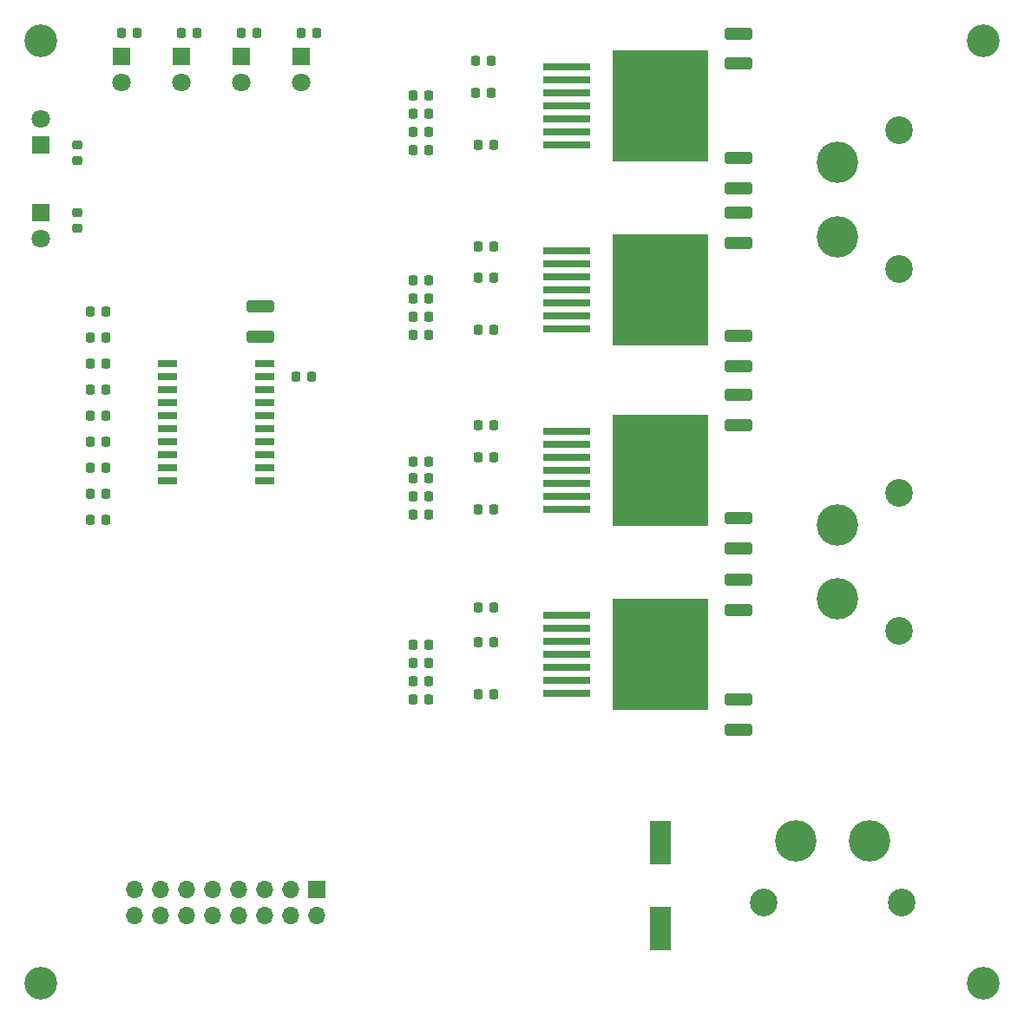
<source format=gbr>
%TF.GenerationSoftware,KiCad,Pcbnew,7.0.7*%
%TF.CreationDate,2023-12-04T17:46:37+09:00*%
%TF.ProjectId,AltairMD_V6,416c7461-6972-44d4-945f-56362e6b6963,rev?*%
%TF.SameCoordinates,Original*%
%TF.FileFunction,Soldermask,Top*%
%TF.FilePolarity,Negative*%
%FSLAX46Y46*%
G04 Gerber Fmt 4.6, Leading zero omitted, Abs format (unit mm)*
G04 Created by KiCad (PCBNEW 7.0.7) date 2023-12-04 17:46:37*
%MOMM*%
%LPD*%
G01*
G04 APERTURE LIST*
G04 Aperture macros list*
%AMRoundRect*
0 Rectangle with rounded corners*
0 $1 Rounding radius*
0 $2 $3 $4 $5 $6 $7 $8 $9 X,Y pos of 4 corners*
0 Add a 4 corners polygon primitive as box body*
4,1,4,$2,$3,$4,$5,$6,$7,$8,$9,$2,$3,0*
0 Add four circle primitives for the rounded corners*
1,1,$1+$1,$2,$3*
1,1,$1+$1,$4,$5*
1,1,$1+$1,$6,$7*
1,1,$1+$1,$8,$9*
0 Add four rect primitives between the rounded corners*
20,1,$1+$1,$2,$3,$4,$5,0*
20,1,$1+$1,$4,$5,$6,$7,0*
20,1,$1+$1,$6,$7,$8,$9,0*
20,1,$1+$1,$8,$9,$2,$3,0*%
G04 Aperture macros list end*
%ADD10C,2.700000*%
%ADD11C,4.050000*%
%ADD12RoundRect,0.225000X-0.225000X-0.250000X0.225000X-0.250000X0.225000X0.250000X-0.225000X0.250000X0*%
%ADD13R,1.800000X1.800000*%
%ADD14C,1.800000*%
%ADD15RoundRect,0.225000X0.225000X0.250000X-0.225000X0.250000X-0.225000X-0.250000X0.225000X-0.250000X0*%
%ADD16R,4.600000X0.800000*%
%ADD17R,9.400000X10.800000*%
%ADD18C,3.200000*%
%ADD19RoundRect,0.225000X-0.250000X0.225000X-0.250000X-0.225000X0.250000X-0.225000X0.250000X0.225000X0*%
%ADD20RoundRect,0.250000X1.100000X-0.325000X1.100000X0.325000X-1.100000X0.325000X-1.100000X-0.325000X0*%
%ADD21R,1.700000X1.700000*%
%ADD22O,1.700000X1.700000*%
%ADD23R,2.150000X4.300000*%
%ADD24R,1.900000X0.650000*%
G04 APERTURE END LIST*
D10*
%TO.C,J2*%
X193960000Y-98450000D03*
X193960000Y-111950000D03*
D11*
X187960000Y-108800000D03*
X187960000Y-101600000D03*
%TD*%
D10*
%TO.C,J1*%
X194246000Y-138430000D03*
X180746000Y-138430000D03*
D11*
X183896000Y-132430000D03*
X191096000Y-132430000D03*
%TD*%
D12*
%TO.C,R8*%
X146532000Y-95397000D03*
X148082000Y-95397000D03*
%TD*%
D13*
%TO.C,D3*%
X118110000Y-55880000D03*
D14*
X118110000Y-58420000D03*
%TD*%
D15*
%TO.C,R21*%
X154432000Y-74422000D03*
X152882000Y-74422000D03*
%TD*%
D16*
%TO.C,IC4*%
X161538000Y-74886000D03*
X161538000Y-76156000D03*
X161538000Y-77426000D03*
X161538000Y-78696000D03*
X161538000Y-79966000D03*
X161538000Y-81236000D03*
X161538000Y-82506000D03*
D17*
X170688000Y-78696000D03*
%TD*%
D12*
%TO.C,R18*%
X152628000Y-59456000D03*
X154178000Y-59456000D03*
%TD*%
D18*
%TO.C,H1*%
X110236000Y-54356000D03*
%TD*%
%TO.C,H2*%
X202184000Y-54356000D03*
%TD*%
D15*
%TO.C,C4*%
X154432000Y-118130000D03*
X152882000Y-118130000D03*
%TD*%
%TO.C,C15*%
X154432000Y-64536000D03*
X152882000Y-64536000D03*
%TD*%
D12*
%TO.C,R15*%
X146532000Y-118638000D03*
X148082000Y-118638000D03*
%TD*%
D18*
%TO.C,H4*%
X202184000Y-146304000D03*
%TD*%
D13*
%TO.C,D5*%
X129794000Y-55880000D03*
D14*
X129794000Y-58420000D03*
%TD*%
D15*
%TO.C,C22*%
X148082000Y-83078000D03*
X146532000Y-83078000D03*
%TD*%
D13*
%TO.C,D4*%
X123952000Y-55880000D03*
D14*
X123952000Y-58420000D03*
%TD*%
D15*
%TO.C,C11*%
X148082000Y-100604000D03*
X146532000Y-100604000D03*
%TD*%
D19*
%TO.C,R6*%
X113792000Y-71120000D03*
X113792000Y-72670000D03*
%TD*%
D20*
%TO.C,C2*%
X131647000Y-83214000D03*
X131647000Y-80264000D03*
%TD*%
D13*
%TO.C,D1*%
X110236000Y-64516000D03*
D14*
X110236000Y-61976000D03*
%TD*%
D15*
%TO.C,R25*%
X116586000Y-88392000D03*
X115036000Y-88392000D03*
%TD*%
D12*
%TO.C,R33*%
X135623000Y-53594000D03*
X137173000Y-53594000D03*
%TD*%
D10*
%TO.C,J4*%
X193960000Y-63100000D03*
X193960000Y-76600000D03*
D11*
X187960000Y-73450000D03*
X187960000Y-66250000D03*
%TD*%
D15*
%TO.C,C21*%
X148082000Y-79522000D03*
X146532000Y-79522000D03*
%TD*%
D20*
%TO.C,C7*%
X178308000Y-91850000D03*
X178308000Y-88900000D03*
%TD*%
D12*
%TO.C,R12*%
X152908000Y-91841000D03*
X154458000Y-91841000D03*
%TD*%
D15*
%TO.C,R27*%
X116586000Y-83312000D03*
X115036000Y-83312000D03*
%TD*%
D16*
%TO.C,IC1*%
X161538000Y-92476000D03*
X161538000Y-93746000D03*
X161538000Y-95016000D03*
X161538000Y-96286000D03*
X161538000Y-97556000D03*
X161538000Y-98826000D03*
X161538000Y-100096000D03*
D17*
X170688000Y-96286000D03*
%TD*%
D15*
%TO.C,C13*%
X148078000Y-65044000D03*
X146528000Y-65044000D03*
%TD*%
D21*
%TO.C,J3*%
X137160000Y-137160000D03*
D22*
X137160000Y-139700000D03*
X134620000Y-137160000D03*
X134620000Y-139700000D03*
X132080000Y-137160000D03*
X132080000Y-139700000D03*
X129540000Y-137160000D03*
X129540000Y-139700000D03*
X127000000Y-137160000D03*
X127000000Y-139700000D03*
X124460000Y-137160000D03*
X124460000Y-139700000D03*
X121920000Y-137160000D03*
X121920000Y-139700000D03*
X119380000Y-137160000D03*
X119380000Y-139700000D03*
%TD*%
D23*
%TO.C,C1*%
X170688000Y-140988000D03*
X170688000Y-132588000D03*
%TD*%
D15*
%TO.C,C9*%
X148082000Y-97048000D03*
X146532000Y-97048000D03*
%TD*%
D18*
%TO.C,H3*%
X110236000Y-146304000D03*
%TD*%
D20*
%TO.C,C8*%
X178308000Y-109884000D03*
X178308000Y-106934000D03*
%TD*%
D15*
%TO.C,R28*%
X116586000Y-80772000D03*
X115036000Y-80772000D03*
%TD*%
D20*
%TO.C,C19*%
X178308000Y-74061000D03*
X178308000Y-71111000D03*
%TD*%
D15*
%TO.C,C20*%
X154432000Y-82570000D03*
X152882000Y-82570000D03*
%TD*%
D12*
%TO.C,R29*%
X135128000Y-87122000D03*
X136678000Y-87122000D03*
%TD*%
%TO.C,R31*%
X123926000Y-53594000D03*
X125476000Y-53594000D03*
%TD*%
D20*
%TO.C,C17*%
X178308000Y-56593000D03*
X178308000Y-53643000D03*
%TD*%
D15*
%TO.C,R2*%
X116586000Y-98552000D03*
X115036000Y-98552000D03*
%TD*%
D13*
%TO.C,D2*%
X110236000Y-71146000D03*
D14*
X110236000Y-73686000D03*
%TD*%
D15*
%TO.C,C3*%
X154458000Y-100096000D03*
X152908000Y-100096000D03*
%TD*%
%TO.C,R13*%
X154432000Y-109621000D03*
X152882000Y-109621000D03*
%TD*%
D12*
%TO.C,R23*%
X146532000Y-81300000D03*
X148082000Y-81300000D03*
%TD*%
D20*
%TO.C,C6*%
X178308000Y-121568000D03*
X178308000Y-118618000D03*
%TD*%
D15*
%TO.C,R24*%
X116586000Y-90932000D03*
X115036000Y-90932000D03*
%TD*%
D20*
%TO.C,C5*%
X178308000Y-103886000D03*
X178308000Y-100936000D03*
%TD*%
D15*
%TO.C,C12*%
X148082000Y-116860000D03*
X146532000Y-116860000D03*
%TD*%
%TO.C,R26*%
X116586000Y-85852000D03*
X115036000Y-85852000D03*
%TD*%
%TO.C,R4*%
X116586000Y-93472000D03*
X115036000Y-93472000D03*
%TD*%
%TO.C,C14*%
X148082000Y-61488000D03*
X146532000Y-61488000D03*
%TD*%
D12*
%TO.C,R9*%
X146532000Y-115082000D03*
X148082000Y-115082000D03*
%TD*%
D16*
%TO.C,IC2*%
X161538000Y-110446000D03*
X161538000Y-111716000D03*
X161538000Y-112986000D03*
X161538000Y-114256000D03*
X161538000Y-115526000D03*
X161538000Y-116796000D03*
X161538000Y-118066000D03*
D17*
X170688000Y-114256000D03*
%TD*%
D15*
%TO.C,C10*%
X148069000Y-113304000D03*
X146519000Y-113304000D03*
%TD*%
D12*
%TO.C,R16*%
X146528000Y-63266000D03*
X148078000Y-63266000D03*
%TD*%
%TO.C,R14*%
X146532000Y-98826000D03*
X148082000Y-98826000D03*
%TD*%
%TO.C,R32*%
X129768000Y-53594000D03*
X131318000Y-53594000D03*
%TD*%
D16*
%TO.C,IC3*%
X161538000Y-56916000D03*
X161538000Y-58186000D03*
X161538000Y-59456000D03*
X161538000Y-60726000D03*
X161538000Y-61996000D03*
X161538000Y-63266000D03*
X161538000Y-64536000D03*
D17*
X170688000Y-60726000D03*
%TD*%
D12*
%TO.C,R17*%
X146532000Y-59710000D03*
X148082000Y-59710000D03*
%TD*%
D20*
%TO.C,C18*%
X178308000Y-86106000D03*
X178308000Y-83156000D03*
%TD*%
D24*
%TO.C,IC5*%
X122630000Y-85852000D03*
X122630000Y-87122000D03*
X122630000Y-88392000D03*
X122630000Y-89662000D03*
X122630000Y-90932000D03*
X122630000Y-92202000D03*
X122630000Y-93472000D03*
X122630000Y-94742000D03*
X122630000Y-96012000D03*
X122630000Y-97282000D03*
X132080000Y-97282000D03*
X132080000Y-96012000D03*
X132080000Y-94742000D03*
X132080000Y-93472000D03*
X132080000Y-92202000D03*
X132080000Y-90932000D03*
X132080000Y-89662000D03*
X132080000Y-88392000D03*
X132080000Y-87122000D03*
X132080000Y-85852000D03*
%TD*%
D15*
%TO.C,R1*%
X116599000Y-101092000D03*
X115049000Y-101092000D03*
%TD*%
D13*
%TO.C,D6*%
X135636000Y-55880000D03*
D14*
X135636000Y-58420000D03*
%TD*%
D15*
%TO.C,R20*%
X154432000Y-77470000D03*
X152882000Y-77470000D03*
%TD*%
D12*
%TO.C,R10*%
X152908000Y-95016000D03*
X154458000Y-95016000D03*
%TD*%
D20*
%TO.C,C16*%
X178308000Y-68756000D03*
X178308000Y-65806000D03*
%TD*%
D15*
%TO.C,R11*%
X154458000Y-113030000D03*
X152908000Y-113030000D03*
%TD*%
D19*
%TO.C,R5*%
X113792000Y-64503000D03*
X113792000Y-66053000D03*
%TD*%
D12*
%TO.C,R19*%
X152628000Y-56281000D03*
X154178000Y-56281000D03*
%TD*%
%TO.C,R22*%
X146532000Y-77744000D03*
X148082000Y-77744000D03*
%TD*%
%TO.C,R30*%
X118084000Y-53594000D03*
X119634000Y-53594000D03*
%TD*%
D15*
%TO.C,R3*%
X116586000Y-96012000D03*
X115036000Y-96012000D03*
%TD*%
M02*

</source>
